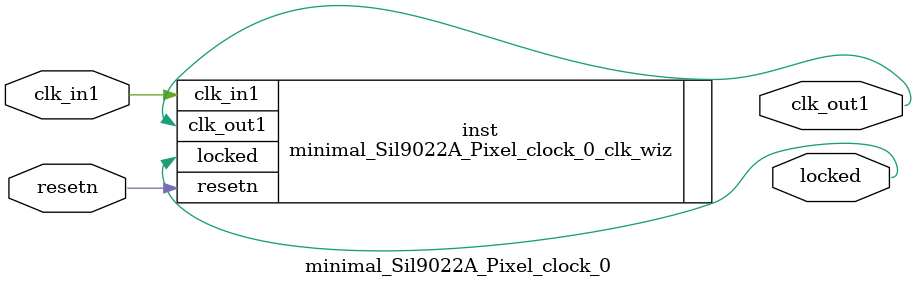
<source format=v>


`timescale 1ps/1ps

(* CORE_GENERATION_INFO = "minimal_Sil9022A_Pixel_clock_0,clk_wiz_v6_0_15_0_0,{component_name=minimal_Sil9022A_Pixel_clock_0,use_phase_alignment=true,use_min_o_jitter=false,use_max_i_jitter=false,use_dyn_phase_shift=false,use_inclk_switchover=false,use_dyn_reconfig=false,enable_axi=0,feedback_source=FDBK_AUTO,PRIMITIVE=MMCM,num_out_clk=1,clkin1_period=10.000,clkin2_period=10.000,use_power_down=false,use_reset=true,use_locked=true,use_inclk_stopped=false,feedback_type=SINGLE,CLOCK_MGR_TYPE=NA,manual_override=false}" *)

module minimal_Sil9022A_Pixel_clock_0 
 (
  // Clock out ports
  output        clk_out1,
  // Status and control signals
  input         resetn,
  output        locked,
 // Clock in ports
  input         clk_in1
 );

  minimal_Sil9022A_Pixel_clock_0_clk_wiz inst
  (
  // Clock out ports  
  .clk_out1(clk_out1),
  // Status and control signals               
  .resetn(resetn), 
  .locked(locked),
 // Clock in ports
  .clk_in1(clk_in1)
  );

endmodule

</source>
